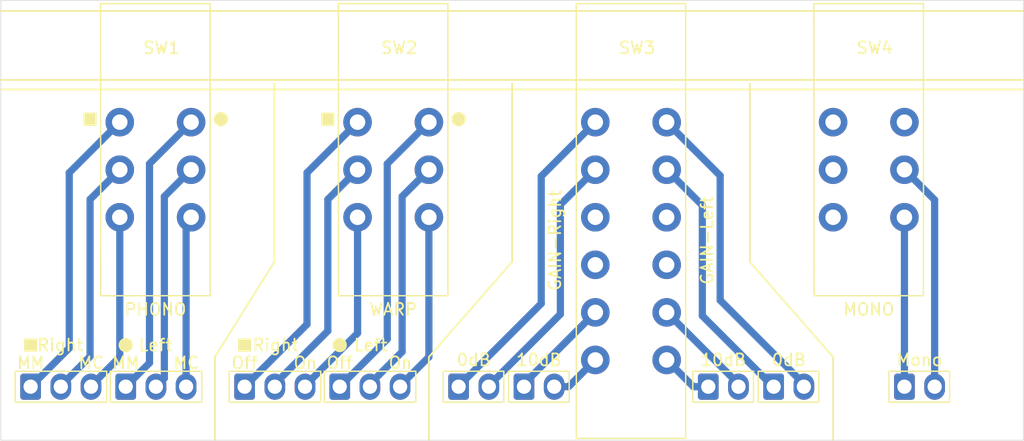
<source format=kicad_pcb>
(kicad_pcb (version 20171130) (host pcbnew "(5.1.2-1)-1")

  (general
    (thickness 1.6)
    (drawings 33)
    (tracks 62)
    (zones 0)
    (modules 18)
    (nets 31)
  )

  (page A4)
  (layers
    (0 Top signal)
    (31 Bottom signal)
    (32 B.Adhes user hide)
    (33 F.Adhes user hide)
    (34 B.Paste user hide)
    (35 F.Paste user hide)
    (36 B.SilkS user)
    (37 F.SilkS user)
    (38 B.Mask user)
    (39 F.Mask user)
    (40 Dwgs.User user)
    (41 Cmts.User user hide)
    (42 Eco1.User user hide)
    (43 Eco2.User user hide)
    (44 Edge.Cuts user)
    (45 Margin user hide)
    (46 B.CrtYd user hide)
    (47 F.CrtYd user)
    (48 B.Fab user hide)
    (49 F.Fab user hide)
  )

  (setup
    (last_trace_width 0.25)
    (trace_clearance 0.2)
    (zone_clearance 0.508)
    (zone_45_only no)
    (trace_min 0.2)
    (via_size 0.8)
    (via_drill 0.4)
    (via_min_size 0.4)
    (via_min_drill 0.3)
    (uvia_size 0.3)
    (uvia_drill 0.1)
    (uvias_allowed no)
    (uvia_min_size 0.2)
    (uvia_min_drill 0.1)
    (edge_width 0.2)
    (segment_width 0.2)
    (pcb_text_width 0.3)
    (pcb_text_size 1.5 1.5)
    (mod_edge_width 0.15)
    (mod_text_size 1 1)
    (mod_text_width 0.15)
    (pad_size 6.1 6.1)
    (pad_drill 3.05)
    (pad_to_mask_clearance 0.0508)
    (solder_mask_min_width 0.25)
    (aux_axis_origin 0 0)
    (grid_origin 110 107)
    (visible_elements FFFFFFFF)
    (pcbplotparams
      (layerselection 0x010f0_ffffffff)
      (usegerberextensions false)
      (usegerberattributes false)
      (usegerberadvancedattributes false)
      (creategerberjobfile false)
      (excludeedgelayer true)
      (linewidth 0.100000)
      (plotframeref false)
      (viasonmask false)
      (mode 1)
      (useauxorigin false)
      (hpglpennumber 1)
      (hpglpenspeed 20)
      (hpglpendiameter 15.000000)
      (psnegative false)
      (psa4output false)
      (plotreference true)
      (plotvalue true)
      (plotinvisibletext false)
      (padsonsilk false)
      (subtractmaskfromsilk false)
      (outputformat 1)
      (mirror false)
      (drillshape 0)
      (scaleselection 1)
      (outputdirectory "gerbers/"))
  )

  (net 0 "")
  (net 1 "Net-(SW3-Pad3)")
  (net 2 "Net-(SW3-Pad6)")
  (net 3 "Net-(SW3-Pad7)")
  (net 4 "Net-(SW3-Pad10)")
  (net 5 "Net-(SW4-Pad1)")
  (net 6 "Net-(SW4-Pad4)")
  (net 7 "Net-(SW4-Pad5)")
  (net 8 "Net-(SW4-Pad6)")
  (net 9 "Net-(J1-Pad1)")
  (net 10 "Net-(J1-Pad2)")
  (net 11 "Net-(J1-Pad3)")
  (net 12 "Net-(J2-Pad3)")
  (net 13 "Net-(J2-Pad2)")
  (net 14 "Net-(J2-Pad1)")
  (net 15 "Net-(J3-Pad1)")
  (net 16 "Net-(J3-Pad2)")
  (net 17 "Net-(J3-Pad3)")
  (net 18 "Net-(J4-Pad3)")
  (net 19 "Net-(J4-Pad2)")
  (net 20 "Net-(J4-Pad1)")
  (net 21 "Net-(J5-Pad1)")
  (net 22 "Net-(J6-Pad1)")
  (net 23 "Net-(J7-Pad1)")
  (net 24 "Net-(J8-Pad1)")
  (net 25 "Net-(J5-Pad2)")
  (net 26 "Net-(J6-Pad2)")
  (net 27 "Net-(J7-Pad2)")
  (net 28 "Net-(J8-Pad2)")
  (net 29 "Net-(J9-Pad1)")
  (net 30 "Net-(J9-Pad2)")

  (net_class Default "This is the default net class."
    (clearance 0.2)
    (trace_width 0.25)
    (via_dia 0.8)
    (via_drill 0.4)
    (uvia_dia 0.3)
    (uvia_drill 0.1)
  )

  (net_class audio ""
    (clearance 0.2)
    (trace_width 0.6069)
    (via_dia 0.8)
    (via_drill 0.4)
    (uvia_dia 0.3)
    (uvia_drill 0.1)
    (add_net "Net-(J1-Pad1)")
    (add_net "Net-(J1-Pad2)")
    (add_net "Net-(J1-Pad3)")
    (add_net "Net-(J2-Pad1)")
    (add_net "Net-(J2-Pad2)")
    (add_net "Net-(J2-Pad3)")
    (add_net "Net-(J3-Pad1)")
    (add_net "Net-(J3-Pad2)")
    (add_net "Net-(J3-Pad3)")
    (add_net "Net-(J4-Pad1)")
    (add_net "Net-(J4-Pad2)")
    (add_net "Net-(J4-Pad3)")
    (add_net "Net-(J5-Pad1)")
    (add_net "Net-(J5-Pad2)")
    (add_net "Net-(J6-Pad1)")
    (add_net "Net-(J6-Pad2)")
    (add_net "Net-(J7-Pad1)")
    (add_net "Net-(J7-Pad2)")
    (add_net "Net-(J8-Pad1)")
    (add_net "Net-(J8-Pad2)")
    (add_net "Net-(J9-Pad1)")
    (add_net "Net-(J9-Pad2)")
    (add_net "Net-(SW3-Pad10)")
    (add_net "Net-(SW3-Pad3)")
    (add_net "Net-(SW3-Pad6)")
    (add_net "Net-(SW3-Pad7)")
    (add_net "Net-(SW4-Pad1)")
    (add_net "Net-(SW4-Pad4)")
    (add_net "Net-(SW4-Pad5)")
    (add_net "Net-(SW4-Pad6)")
  )

  (module push-sw:Alps_C&K_F_4PDT-1.3 (layer Top) (tedit 6076016C) (tstamp 607C3EA0)
    (at 123 80.25 270)
    (descr "Switch, single pole double throw, illuminated paddle, http://www.nkkswitches.com/pdf/gwillum.pdf")
    (tags "switch single-pole double-throw spdt ON-ON illuminated LED")
    (path /60749E40)
    (fp_text reference SW3 (at -6.25 2.5) (layer F.SilkS)
      (effects (font (size 1 1) (thickness 0.15)))
    )
    (fp_text value GAIN-Right (at 9.95 9.4 270) (layer F.SilkS)
      (effects (font (size 1 1) (thickness 0.15)))
    )
    (fp_line (start -9.87 7.5) (end -9.87 -1.5) (layer F.Fab) (width 0.1))
    (fp_line (start -9.07 7.5) (end -9.07 -1.5) (layer F.Fab) (width 0.1))
    (fp_line (start -3.27 7.5) (end -3.27 -1.5) (layer F.Fab) (width 0.1))
    (fp_text user %R (at 2.54 1.27 90) (layer F.Fab)
      (effects (font (size 1 1) (thickness 0.15)))
    )
    (fp_line (start 26.7 -1.69) (end -10.07 -1.7) (layer F.CrtYd) (width 0.05))
    (fp_line (start 26.7 7.65) (end 26.7 -1.69) (layer F.CrtYd) (width 0.05))
    (fp_line (start -10.07 7.7) (end 26.7 7.7) (layer F.CrtYd) (width 0.05))
    (fp_line (start -10.07 -1.7) (end -10.07 7.7) (layer F.CrtYd) (width 0.05))
    (fp_line (start 26.6 -1.6) (end -9.97 -1.6) (layer F.SilkS) (width 0.12))
    (fp_line (start 26.6 7.6) (end 26.6 -1.6) (layer F.SilkS) (width 0.12))
    (fp_line (start -9.97 7.6) (end 26.6 7.6) (layer F.SilkS) (width 0.12))
    (fp_line (start -9.97 -1.6) (end -9.97 7.62) (layer F.SilkS) (width 0.12))
    (fp_line (start -2.47 7.5) (end -2.47 -1.5) (layer F.Fab) (width 0.1))
    (fp_line (start 26.5 7.5) (end -9.87 7.5) (layer F.Fab) (width 0.1))
    (fp_line (start 26.5 -1.5) (end 26.5 7.5) (layer F.Fab) (width 0.1))
    (fp_line (start -9.87 -1.5) (end 26.5 -1.5) (layer F.Fab) (width 0.1))
    (pad 12 thru_hole circle (at 20 6 270) (size 2.4 2.4) (drill 1.3) (layers *.Cu *.Mask)
      (net 28 "Net-(J8-Pad2)"))
    (pad 10 thru_hole circle (at 12 6 270) (size 2.4 2.4) (drill 1.3) (layers *.Cu *.Mask)
      (net 4 "Net-(SW3-Pad10)"))
    (pad 11 thru_hole circle (at 16 6 270) (size 2.4 2.4) (drill 1.3) (layers *.Cu *.Mask)
      (net 24 "Net-(J8-Pad1)"))
    (pad 9 thru_hole circle (at 20 0 270) (size 2.4 2.4) (drill 1.3) (layers *.Cu *.Mask)
      (net 23 "Net-(J7-Pad1)"))
    (pad 8 thru_hole circle (at 16 0 270) (size 2.4 2.4) (drill 1.3) (layers *.Cu *.Mask)
      (net 27 "Net-(J7-Pad2)"))
    (pad 7 thru_hole circle (at 12 0 270) (size 2.4 2.4) (drill 1.3) (layers *.Cu *.Mask)
      (net 3 "Net-(SW3-Pad7)"))
    (pad 6 thru_hole circle (at 8 6 270) (size 2.4 2.4) (drill 1.3) (layers *.Cu *.Mask)
      (net 2 "Net-(SW3-Pad6)"))
    (pad 3 thru_hole circle (at 8 0 270) (size 2.4 2.4) (drill 1.3) (layers *.Cu *.Mask)
      (net 1 "Net-(SW3-Pad3)"))
    (pad 5 thru_hole circle (at 4 6 270) (size 2.4 2.4) (drill 1.3) (layers *.Cu *.Mask)
      (net 26 "Net-(J6-Pad2)"))
    (pad 2 thru_hole circle (at 4 0 270) (size 2.4 2.4) (drill 1.3) (layers *.Cu *.Mask)
      (net 21 "Net-(J5-Pad1)"))
    (pad 4 thru_hole circle (at 0 6 270) (size 2.4 2.4) (drill 1.3) (layers *.Cu *.Mask)
      (net 22 "Net-(J6-Pad1)"))
    (pad 1 thru_hole circle (at 0 0 270) (size 2.4 2.4) (drill 1.3) (layers *.Cu *.Mask)
      (net 25 "Net-(J5-Pad2)"))
    (model ${KIPRJMOD}/lib/3D/spun194700.stp
      (offset (xyz 10 -3 0))
      (scale (xyz 1 1 1))
      (rotate (xyz -90 0 180))
    )
  )

  (module push-sw:Alps_C&K_F_DPDT-1.3 (layer Top) (tedit 607601A0) (tstamp 60760FF6)
    (at 143 80.25 270)
    (descr "Switch, single pole double throw, illuminated paddle, http://www.nkkswitches.com/pdf/gwillum.pdf")
    (tags "switch single-pole double-throw spdt ON-ON illuminated LED")
    (path /60752752)
    (fp_text reference SW4 (at -6.25 2.5) (layer F.SilkS)
      (effects (font (size 1 1) (thickness 0.15)))
    )
    (fp_text value MONO (at 15.75 3 180) (layer F.SilkS)
      (effects (font (size 1 1) (thickness 0.15)))
    )
    (fp_line (start -9.87 7.5) (end -9.87 -1.5) (layer F.Fab) (width 0.1))
    (fp_line (start -9.07 7.5) (end -9.07 -1.5) (layer F.Fab) (width 0.1))
    (fp_line (start -3.27 7.5) (end -3.27 -1.5) (layer F.Fab) (width 0.1))
    (fp_text user %R (at 2.54 1.27 90) (layer F.Fab)
      (effects (font (size 1 1) (thickness 0.15)))
    )
    (fp_line (start 14.7 -1.69) (end -10.07 -1.7) (layer F.CrtYd) (width 0.05))
    (fp_line (start 14.7 7.65) (end 14.7 -1.69) (layer F.CrtYd) (width 0.05))
    (fp_line (start -10.07 7.7) (end 14.7 7.65) (layer F.CrtYd) (width 0.05))
    (fp_line (start -10.07 -1.7) (end -10.07 7.7) (layer F.CrtYd) (width 0.05))
    (fp_line (start 14.6 -1.6) (end -9.97 -1.6) (layer F.SilkS) (width 0.12))
    (fp_line (start 14.6 7.6) (end 14.6 -1.6) (layer F.SilkS) (width 0.12))
    (fp_line (start -9.97 7.62) (end 14.6 7.6) (layer F.SilkS) (width 0.12))
    (fp_line (start -9.97 -1.6) (end -9.97 7.62) (layer F.SilkS) (width 0.12))
    (fp_line (start -2.47 7.5) (end -2.47 -1.5) (layer F.Fab) (width 0.1))
    (fp_line (start 14.5 7.5) (end -9.87 7.5) (layer F.Fab) (width 0.1))
    (fp_line (start 14.5 -1.5) (end 14.5 7.5) (layer F.Fab) (width 0.1))
    (fp_line (start -9.87 -1.5) (end 14.5 -1.5) (layer F.Fab) (width 0.1))
    (pad 6 thru_hole circle (at 8 6 270) (size 2.4 2.4) (drill 1.3) (layers *.Cu *.Mask)
      (net 8 "Net-(SW4-Pad6)"))
    (pad 3 thru_hole circle (at 8 0 270) (size 2.4 2.4) (drill 1.3) (layers *.Cu *.Mask)
      (net 29 "Net-(J9-Pad1)"))
    (pad 5 thru_hole circle (at 4 6 270) (size 2.4 2.4) (drill 1.3) (layers *.Cu *.Mask)
      (net 7 "Net-(SW4-Pad5)"))
    (pad 2 thru_hole circle (at 4 0 270) (size 2.4 2.4) (drill 1.3) (layers *.Cu *.Mask)
      (net 30 "Net-(J9-Pad2)"))
    (pad 4 thru_hole circle (at 0 6 270) (size 2.4 2.4) (drill 1.3) (layers *.Cu *.Mask)
      (net 6 "Net-(SW4-Pad4)"))
    (pad 1 thru_hole circle (at 0 0 270) (size 2.4 2.4) (drill 1.3) (layers *.Cu *.Mask)
      (net 5 "Net-(SW4-Pad1)"))
    (model ${KIPRJMOD}/lib/3D/spun191400.stp
      (offset (xyz -10 -3 6))
      (scale (xyz 1 1 1))
      (rotate (xyz -90 0 0))
    )
  )

  (module push-sw:Alps_C&K_F_DPDT-1.3 (layer Top) (tedit 607601A0) (tstamp 60760FBE)
    (at 103 80.25 270)
    (descr "Switch, single pole double throw, illuminated paddle, http://www.nkkswitches.com/pdf/gwillum.pdf")
    (tags "switch single-pole double-throw spdt ON-ON illuminated LED")
    (path /6075275C)
    (fp_text reference SW2 (at -6.25 2.5) (layer F.SilkS)
      (effects (font (size 1 1) (thickness 0.15)))
    )
    (fp_text value WARP (at 15.75 3) (layer F.SilkS)
      (effects (font (size 1 1) (thickness 0.15)))
    )
    (fp_line (start -9.87 7.5) (end -9.87 -1.5) (layer F.Fab) (width 0.1))
    (fp_line (start -9.07 7.5) (end -9.07 -1.5) (layer F.Fab) (width 0.1))
    (fp_line (start -3.27 7.5) (end -3.27 -1.5) (layer F.Fab) (width 0.1))
    (fp_text user %R (at 2.54 1.27 90) (layer F.Fab)
      (effects (font (size 1 1) (thickness 0.15)))
    )
    (fp_line (start 14.7 -1.69) (end -10.07 -1.7) (layer F.CrtYd) (width 0.05))
    (fp_line (start 14.7 7.65) (end 14.7 -1.69) (layer F.CrtYd) (width 0.05))
    (fp_line (start -10.07 7.7) (end 14.7 7.65) (layer F.CrtYd) (width 0.05))
    (fp_line (start -10.07 -1.7) (end -10.07 7.7) (layer F.CrtYd) (width 0.05))
    (fp_line (start 14.6 -1.6) (end -9.97 -1.6) (layer F.SilkS) (width 0.12))
    (fp_line (start 14.6 7.6) (end 14.6 -1.6) (layer F.SilkS) (width 0.12))
    (fp_line (start -9.97 7.62) (end 14.6 7.6) (layer F.SilkS) (width 0.12))
    (fp_line (start -9.97 -1.6) (end -9.97 7.62) (layer F.SilkS) (width 0.12))
    (fp_line (start -2.47 7.5) (end -2.47 -1.5) (layer F.Fab) (width 0.1))
    (fp_line (start 14.5 7.5) (end -9.87 7.5) (layer F.Fab) (width 0.1))
    (fp_line (start 14.5 -1.5) (end 14.5 7.5) (layer F.Fab) (width 0.1))
    (fp_line (start -9.87 -1.5) (end 14.5 -1.5) (layer F.Fab) (width 0.1))
    (pad 6 thru_hole circle (at 8 6 270) (size 2.4 2.4) (drill 1.3) (layers *.Cu *.Mask)
      (net 18 "Net-(J4-Pad3)"))
    (pad 3 thru_hole circle (at 8 0 270) (size 2.4 2.4) (drill 1.3) (layers *.Cu *.Mask)
      (net 17 "Net-(J3-Pad3)"))
    (pad 5 thru_hole circle (at 4 6 270) (size 2.4 2.4) (drill 1.3) (layers *.Cu *.Mask)
      (net 19 "Net-(J4-Pad2)"))
    (pad 2 thru_hole circle (at 4 0 270) (size 2.4 2.4) (drill 1.3) (layers *.Cu *.Mask)
      (net 16 "Net-(J3-Pad2)"))
    (pad 4 thru_hole circle (at 0 6 270) (size 2.4 2.4) (drill 1.3) (layers *.Cu *.Mask)
      (net 20 "Net-(J4-Pad1)"))
    (pad 1 thru_hole circle (at 0 0 270) (size 2.4 2.4) (drill 1.3) (layers *.Cu *.Mask)
      (net 15 "Net-(J3-Pad1)"))
    (model ${KIPRJMOD}/lib/3D/spun191400.stp
      (offset (xyz -10 -3 6))
      (scale (xyz 1 1 1))
      (rotate (xyz -90 0 0))
    )
  )

  (module push-sw:Alps_C&K_F_DPDT-1.3 (layer Top) (tedit 607601A0) (tstamp 6076198B)
    (at 83 80.25 270)
    (descr "Switch, single pole double throw, illuminated paddle, http://www.nkkswitches.com/pdf/gwillum.pdf")
    (tags "switch single-pole double-throw spdt ON-ON illuminated LED")
    (path /60746F42)
    (fp_text reference SW1 (at -6.25 2.5) (layer F.SilkS)
      (effects (font (size 1 1) (thickness 0.15)))
    )
    (fp_text value PHONO (at 15.75 3) (layer F.SilkS)
      (effects (font (size 1 1) (thickness 0.15)))
    )
    (fp_line (start -9.87 7.5) (end -9.87 -1.5) (layer F.Fab) (width 0.1))
    (fp_line (start -9.07 7.5) (end -9.07 -1.5) (layer F.Fab) (width 0.1))
    (fp_line (start -3.27 7.5) (end -3.27 -1.5) (layer F.Fab) (width 0.1))
    (fp_text user %R (at 2.54 1.27 90) (layer F.Fab)
      (effects (font (size 1 1) (thickness 0.15)))
    )
    (fp_line (start 14.7 -1.69) (end -10.07 -1.7) (layer F.CrtYd) (width 0.05))
    (fp_line (start 14.7 7.65) (end 14.7 -1.69) (layer F.CrtYd) (width 0.05))
    (fp_line (start -10.07 7.7) (end 14.7 7.65) (layer F.CrtYd) (width 0.05))
    (fp_line (start -10.07 -1.7) (end -10.07 7.7) (layer F.CrtYd) (width 0.05))
    (fp_line (start 14.6 -1.6) (end -9.97 -1.6) (layer F.SilkS) (width 0.12))
    (fp_line (start 14.6 7.6) (end 14.6 -1.6) (layer F.SilkS) (width 0.12))
    (fp_line (start -9.97 7.62) (end 14.6 7.6) (layer F.SilkS) (width 0.12))
    (fp_line (start -9.97 -1.6) (end -9.97 7.62) (layer F.SilkS) (width 0.12))
    (fp_line (start -2.47 7.5) (end -2.47 -1.5) (layer F.Fab) (width 0.1))
    (fp_line (start 14.5 7.5) (end -9.87 7.5) (layer F.Fab) (width 0.1))
    (fp_line (start 14.5 -1.5) (end 14.5 7.5) (layer F.Fab) (width 0.1))
    (fp_line (start -9.87 -1.5) (end 14.5 -1.5) (layer F.Fab) (width 0.1))
    (pad 6 thru_hole circle (at 8 6 270) (size 2.4 2.4) (drill 1.3) (layers *.Cu *.Mask)
      (net 12 "Net-(J2-Pad3)"))
    (pad 3 thru_hole circle (at 8 0 270) (size 2.4 2.4) (drill 1.3) (layers *.Cu *.Mask)
      (net 11 "Net-(J1-Pad3)"))
    (pad 5 thru_hole circle (at 4 6 270) (size 2.4 2.4) (drill 1.3) (layers *.Cu *.Mask)
      (net 13 "Net-(J2-Pad2)"))
    (pad 2 thru_hole circle (at 4 0 270) (size 2.4 2.4) (drill 1.3) (layers *.Cu *.Mask)
      (net 10 "Net-(J1-Pad2)"))
    (pad 4 thru_hole circle (at 0 6 270) (size 2.4 2.4) (drill 1.3) (layers *.Cu *.Mask)
      (net 14 "Net-(J2-Pad1)"))
    (pad 1 thru_hole circle (at 0 0 270) (size 2.4 2.4) (drill 1.3) (layers *.Cu *.Mask)
      (net 9 "Net-(J1-Pad1)"))
    (model ${KIPRJMOD}/lib/3D/spun191400.stp
      (offset (xyz -10 -3 6))
      (scale (xyz 1 1 1))
      (rotate (xyz -90 0 0))
    )
  )

  (module MountingHole:MountingHole_2.5mm (layer Top) (tedit 56D1B4CB) (tstamp 60752B6D)
    (at 70 73.8)
    (descr "Mounting Hole 2.5mm, no annular")
    (tags "mounting hole 2.5mm no annular")
    (path /6076D84C)
    (attr virtual)
    (fp_text reference H1 (at 0 -3.5) (layer F.SilkS) hide
      (effects (font (size 1 1) (thickness 0.15)))
    )
    (fp_text value MountingHole (at 0.1 -6.5) (layer F.Fab)
      (effects (font (size 1 1) (thickness 0.15)))
    )
    (fp_text user %R (at 0.3 0) (layer F.Fab)
      (effects (font (size 1 1) (thickness 0.15)))
    )
    (fp_circle (center 0 0) (end 2.5 0) (layer Cmts.User) (width 0.15))
    (fp_circle (center 0 0) (end 2.75 0) (layer F.CrtYd) (width 0.05))
    (pad 1 np_thru_hole circle (at 0 0) (size 2.5 2.5) (drill 2.5) (layers *.Cu *.Mask))
  )

  (module MountingHole:MountingHole_2.5mm (layer Top) (tedit 56D1B4CB) (tstamp 60752470)
    (at 90 73.8)
    (descr "Mounting Hole 2.5mm, no annular")
    (tags "mounting hole 2.5mm no annular")
    (path /6076E2D5)
    (attr virtual)
    (fp_text reference H2 (at 0 -3.5) (layer F.SilkS) hide
      (effects (font (size 1 1) (thickness 0.15)))
    )
    (fp_text value MountingHole (at 0 -6.4) (layer F.Fab)
      (effects (font (size 1 1) (thickness 0.15)))
    )
    (fp_circle (center 0 0) (end 2.75 0) (layer F.CrtYd) (width 0.05))
    (fp_circle (center 0 0) (end 2.5 0) (layer Cmts.User) (width 0.15))
    (fp_text user %R (at 0.3 0) (layer F.Fab)
      (effects (font (size 1 1) (thickness 0.15)))
    )
    (pad 1 np_thru_hole circle (at 0 0) (size 2.5 2.5) (drill 2.5) (layers *.Cu *.Mask))
  )

  (module MountingHole:MountingHole_2.5mm (layer Top) (tedit 56D1B4CB) (tstamp 60752478)
    (at 110 73.8)
    (descr "Mounting Hole 2.5mm, no annular")
    (tags "mounting hole 2.5mm no annular")
    (path /6076EAEC)
    (attr virtual)
    (fp_text reference H3 (at 0 -3.5) (layer F.SilkS) hide
      (effects (font (size 1 1) (thickness 0.15)))
    )
    (fp_text value MountingHole (at -0.1 -6.2) (layer F.Fab)
      (effects (font (size 1 1) (thickness 0.15)))
    )
    (fp_text user %R (at 0.3 0) (layer F.Fab)
      (effects (font (size 1 1) (thickness 0.15)))
    )
    (fp_circle (center 0 0) (end 2.5 0) (layer Cmts.User) (width 0.15))
    (fp_circle (center 0 0) (end 2.75 0) (layer F.CrtYd) (width 0.05))
    (pad 1 np_thru_hole circle (at 0 0) (size 2.5 2.5) (drill 2.5) (layers *.Cu *.Mask))
  )

  (module MountingHole:MountingHole_2.5mm (layer Top) (tedit 56D1B4CB) (tstamp 60752480)
    (at 130 73.8)
    (descr "Mounting Hole 2.5mm, no annular")
    (tags "mounting hole 2.5mm no annular")
    (path /6076EF7A)
    (attr virtual)
    (fp_text reference H4 (at 0 -3.5) (layer F.SilkS) hide
      (effects (font (size 1 1) (thickness 0.15)))
    )
    (fp_text value MountingHole (at -0.1 -6) (layer F.Fab)
      (effects (font (size 1 1) (thickness 0.15)))
    )
    (fp_circle (center 0 0) (end 2.75 0) (layer F.CrtYd) (width 0.05))
    (fp_circle (center 0 0) (end 2.5 0) (layer Cmts.User) (width 0.15))
    (fp_text user %R (at 0.3 0) (layer F.Fab)
      (effects (font (size 1 1) (thickness 0.15)))
    )
    (pad 1 np_thru_hole circle (at 0 0) (size 2.5 2.5) (drill 2.5) (layers *.Cu *.Mask))
  )

  (module MountingHole:MountingHole_2.5mm (layer Top) (tedit 56D1B4CB) (tstamp 60752488)
    (at 150 73.8)
    (descr "Mounting Hole 2.5mm, no annular")
    (tags "mounting hole 2.5mm no annular")
    (path /6076F7DE)
    (attr virtual)
    (fp_text reference H5 (at 0 -3.5) (layer F.SilkS) hide
      (effects (font (size 1 1) (thickness 0.15)))
    )
    (fp_text value MountingHole (at -0.1 -6) (layer F.Fab)
      (effects (font (size 1 1) (thickness 0.15)))
    )
    (fp_text user %R (at 0.3 0) (layer F.Fab)
      (effects (font (size 1 1) (thickness 0.15)))
    )
    (fp_circle (center 0 0) (end 2.5 0) (layer Cmts.User) (width 0.15))
    (fp_circle (center 0 0) (end 2.75 0) (layer F.CrtYd) (width 0.05))
    (pad 1 np_thru_hole circle (at 0 0) (size 2.5 2.5) (drill 2.5) (layers *.Cu *.Mask))
  )

  (module push-sw:Molex_KK_1x03_P2.54mm_Horizontal (layer Top) (tedit 60776524) (tstamp 607A24B7)
    (at 77.5 102.5)
    (descr "Molex KK-254 Interconnect System, old/engineering part number: AE-6410-03A example for new part number: 22-27-2031, 3 Pins (http://www.molex.com/pdm_docs/sd/022272021_sd.pdf), generated with kicad-footprint-generator")
    (tags "connector Molex KK-254 side entry")
    (path /6074F5E7)
    (fp_text reference J1 (at 2.54 -2.2) (layer F.SilkS) hide
      (effects (font (size 1 1) (thickness 0.15)))
    )
    (fp_text value Left (at 2.5 -3.5) (layer F.SilkS)
      (effects (font (size 1 1) (thickness 0.15)))
    )
    (fp_line (start -1.15 -1.2) (end -1.15 1.2) (layer F.Fab) (width 0.1))
    (fp_line (start -1.15 1.2) (end 6.25 1.2) (layer F.Fab) (width 0.1))
    (fp_line (start 6.25 1.2) (end 6.25 -1.2) (layer F.Fab) (width 0.1))
    (fp_line (start 6.25 -1.2) (end -1.15 -1.2) (layer F.Fab) (width 0.1))
    (fp_line (start -1.3 -1.3) (end -1.3 1.3) (layer F.SilkS) (width 0.12))
    (fp_line (start -1.3 1.3) (end 6.4 1.3) (layer F.SilkS) (width 0.12))
    (fp_line (start 6.4 1.3) (end 6.4 -1.3) (layer F.SilkS) (width 0.12))
    (fp_line (start 6.4 -1.3) (end -1.3 -1.3) (layer F.SilkS) (width 0.12))
    (fp_line (start -1.4 -1.4) (end -1.4 3.38) (layer F.CrtYd) (width 0.05))
    (fp_line (start -1.4 3.38) (end 6.5 3.38) (layer F.CrtYd) (width 0.05))
    (fp_line (start 6.5 3.38) (end 6.5 -1.4) (layer F.CrtYd) (width 0.05))
    (fp_line (start 6.5 -1.4) (end -1.4 -1.4) (layer F.CrtYd) (width 0.05))
    (fp_text user %R (at 2.5 2.4) (layer F.Fab)
      (effects (font (size 1 1) (thickness 0.15)))
    )
    (pad 1 thru_hole roundrect (at 0 0) (size 1.74 2.2) (drill 1.2) (layers *.Cu *.Mask) (roundrect_rratio 0.143678)
      (net 9 "Net-(J1-Pad1)"))
    (pad 2 thru_hole oval (at 2.54 0) (size 1.74 2.2) (drill 1.2) (layers *.Cu *.Mask)
      (net 10 "Net-(J1-Pad2)"))
    (pad 3 thru_hole oval (at 5.08 0) (size 1.74 2.2) (drill 1.2) (layers *.Cu *.Mask)
      (net 11 "Net-(J1-Pad3)"))
    (model ${KIPRJMOD}/lib/3D/022122031.stp
      (offset (xyz 2.54 0 1.65))
      (scale (xyz 1 1 1))
      (rotate (xyz -90 0 0))
    )
  )

  (module push-sw:Molex_KK_1x03_P2.54mm_Horizontal (layer Top) (tedit 60776524) (tstamp 607C3D6A)
    (at 69.5 102.5)
    (descr "Molex KK-254 Interconnect System, old/engineering part number: AE-6410-03A example for new part number: 22-27-2031, 3 Pins (http://www.molex.com/pdm_docs/sd/022272021_sd.pdf), generated with kicad-footprint-generator")
    (tags "connector Molex KK-254 side entry")
    (path /6074F70B)
    (fp_text reference J2 (at 2.54 -2.2) (layer F.SilkS) hide
      (effects (font (size 1 1) (thickness 0.15)))
    )
    (fp_text value Right (at 2.5 -3.5) (layer F.SilkS)
      (effects (font (size 1 1) (thickness 0.15)))
    )
    (fp_text user %R (at 2.5 2.4) (layer F.Fab)
      (effects (font (size 1 1) (thickness 0.15)))
    )
    (fp_line (start 6.5 -1.4) (end -1.4 -1.4) (layer F.CrtYd) (width 0.05))
    (fp_line (start 6.5 3.38) (end 6.5 -1.4) (layer F.CrtYd) (width 0.05))
    (fp_line (start -1.4 3.38) (end 6.5 3.38) (layer F.CrtYd) (width 0.05))
    (fp_line (start -1.4 -1.4) (end -1.4 3.38) (layer F.CrtYd) (width 0.05))
    (fp_line (start 6.4 -1.3) (end -1.3 -1.3) (layer F.SilkS) (width 0.12))
    (fp_line (start 6.4 1.3) (end 6.4 -1.3) (layer F.SilkS) (width 0.12))
    (fp_line (start -1.3 1.3) (end 6.4 1.3) (layer F.SilkS) (width 0.12))
    (fp_line (start -1.3 -1.3) (end -1.3 1.3) (layer F.SilkS) (width 0.12))
    (fp_line (start 6.25 -1.2) (end -1.15 -1.2) (layer F.Fab) (width 0.1))
    (fp_line (start 6.25 1.2) (end 6.25 -1.2) (layer F.Fab) (width 0.1))
    (fp_line (start -1.15 1.2) (end 6.25 1.2) (layer F.Fab) (width 0.1))
    (fp_line (start -1.15 -1.2) (end -1.15 1.2) (layer F.Fab) (width 0.1))
    (pad 3 thru_hole oval (at 5.08 0) (size 1.74 2.2) (drill 1.2) (layers *.Cu *.Mask)
      (net 12 "Net-(J2-Pad3)"))
    (pad 2 thru_hole oval (at 2.54 0) (size 1.74 2.2) (drill 1.2) (layers *.Cu *.Mask)
      (net 13 "Net-(J2-Pad2)"))
    (pad 1 thru_hole roundrect (at 0 0) (size 1.74 2.2) (drill 1.2) (layers *.Cu *.Mask) (roundrect_rratio 0.143678)
      (net 14 "Net-(J2-Pad1)"))
    (model ${KIPRJMOD}/lib/3D/022122031.stp
      (offset (xyz 2.54 0 1.65))
      (scale (xyz 1 1 1))
      (rotate (xyz -90 0 0))
    )
  )

  (module push-sw:Molex_KK_1x02_P2.54mm_Horizontal (layer Top) (tedit 6077605A) (tstamp 60788B90)
    (at 105.5 102.5)
    (descr "Molex KK-254 Interconnect System, old/engineering part number: AE-6410-02A example for new part number: 22-27-2021, 2 Pins (http://www.molex.com/pdm_docs/sd/022272021_sd.pdf), generated with kicad-footprint-generator")
    (tags "connector Molex KK-254 side entry")
    (path /6075F966)
    (fp_text reference J6 (at 1.1 -2) (layer F.SilkS) hide
      (effects (font (size 1 1) (thickness 0.15)))
    )
    (fp_text value 0dB (at 1.27 -2.25) (layer F.SilkS)
      (effects (font (size 1 1) (thickness 0.15)))
    )
    (fp_line (start -1.2 -1.2) (end -1.2 1.2) (layer F.Fab) (width 0.1))
    (fp_line (start -1.2 1.2) (end 3.7 1.2) (layer F.Fab) (width 0.1))
    (fp_line (start 3.7 1.2) (end 3.7 -1.2) (layer F.Fab) (width 0.1))
    (fp_line (start 3.7 -1.2) (end -1.2 -1.2) (layer F.Fab) (width 0.1))
    (fp_line (start -1.3 -1.3) (end -1.3 1.3) (layer F.SilkS) (width 0.12))
    (fp_line (start -1.3 1.3) (end 3.8 1.3) (layer F.SilkS) (width 0.12))
    (fp_line (start 3.8 1.3) (end 3.8 -1.3) (layer F.SilkS) (width 0.12))
    (fp_line (start 3.8 -1.3) (end -1.3 -1.3) (layer F.SilkS) (width 0.12))
    (fp_line (start -1.4 -1.4) (end -1.4 3.5) (layer F.CrtYd) (width 0.05))
    (fp_line (start -1.4 3.5) (end 3.9 3.5) (layer F.CrtYd) (width 0.05))
    (fp_line (start 3.9 3.5) (end 3.9 -1.4) (layer F.CrtYd) (width 0.05))
    (fp_line (start 3.9 -1.4) (end -1.4 -1.4) (layer F.CrtYd) (width 0.05))
    (fp_text user %R (at 1.1 2.4) (layer F.Fab)
      (effects (font (size 1 1) (thickness 0.15)))
    )
    (pad 1 thru_hole roundrect (at 0 0) (size 1.74 2.2) (drill 1.2) (layers *.Cu *.Mask) (roundrect_rratio 0.143678)
      (net 22 "Net-(J6-Pad1)"))
    (pad 2 thru_hole oval (at 2.54 0) (size 1.74 2.2) (drill 1.2) (layers *.Cu *.Mask)
      (net 26 "Net-(J6-Pad2)"))
    (model ${KIPRJMOD}/Lib/3D/022122021.stp
      (offset (xyz 1.27 0 1.65))
      (scale (xyz 1 1 1))
      (rotate (xyz -90 0 0))
    )
  )

  (module push-sw:Molex_KK_1x02_P2.54mm_Horizontal (layer Top) (tedit 6077605A) (tstamp 60788BA2)
    (at 111 102.5)
    (descr "Molex KK-254 Interconnect System, old/engineering part number: AE-6410-02A example for new part number: 22-27-2021, 2 Pins (http://www.molex.com/pdm_docs/sd/022272021_sd.pdf), generated with kicad-footprint-generator")
    (tags "connector Molex KK-254 side entry")
    (path /607605E6)
    (fp_text reference J8 (at 1.1 -2) (layer F.SilkS) hide
      (effects (font (size 1 1) (thickness 0.15)))
    )
    (fp_text value 10dB (at 1.25 -2.25) (layer F.SilkS)
      (effects (font (size 1 1) (thickness 0.15)))
    )
    (fp_text user %R (at 1.1 2.4) (layer F.Fab)
      (effects (font (size 1 1) (thickness 0.15)))
    )
    (fp_line (start 3.9 -1.4) (end -1.4 -1.4) (layer F.CrtYd) (width 0.05))
    (fp_line (start 3.9 3.5) (end 3.9 -1.4) (layer F.CrtYd) (width 0.05))
    (fp_line (start -1.4 3.5) (end 3.9 3.5) (layer F.CrtYd) (width 0.05))
    (fp_line (start -1.4 -1.4) (end -1.4 3.5) (layer F.CrtYd) (width 0.05))
    (fp_line (start 3.8 -1.3) (end -1.3 -1.3) (layer F.SilkS) (width 0.12))
    (fp_line (start 3.8 1.3) (end 3.8 -1.3) (layer F.SilkS) (width 0.12))
    (fp_line (start -1.3 1.3) (end 3.8 1.3) (layer F.SilkS) (width 0.12))
    (fp_line (start -1.3 -1.3) (end -1.3 1.3) (layer F.SilkS) (width 0.12))
    (fp_line (start 3.7 -1.2) (end -1.2 -1.2) (layer F.Fab) (width 0.1))
    (fp_line (start 3.7 1.2) (end 3.7 -1.2) (layer F.Fab) (width 0.1))
    (fp_line (start -1.2 1.2) (end 3.7 1.2) (layer F.Fab) (width 0.1))
    (fp_line (start -1.2 -1.2) (end -1.2 1.2) (layer F.Fab) (width 0.1))
    (pad 2 thru_hole oval (at 2.54 0) (size 1.74 2.2) (drill 1.2) (layers *.Cu *.Mask)
      (net 28 "Net-(J8-Pad2)"))
    (pad 1 thru_hole roundrect (at 0 0) (size 1.74 2.2) (drill 1.2) (layers *.Cu *.Mask) (roundrect_rratio 0.143678)
      (net 24 "Net-(J8-Pad1)"))
    (model ${KIPRJMOD}/Lib/3D/022122021.stp
      (offset (xyz 1.27 0 1.65))
      (scale (xyz 1 1 1))
      (rotate (xyz -90 0 0))
    )
  )

  (module push-sw:Molex_KK_1x03_P2.54mm_Horizontal (layer Top) (tedit 60776524) (tstamp 607A208B)
    (at 95.5 102.5)
    (descr "Molex KK-254 Interconnect System, old/engineering part number: AE-6410-03A example for new part number: 22-27-2031, 3 Pins (http://www.molex.com/pdm_docs/sd/022272021_sd.pdf), generated with kicad-footprint-generator")
    (tags "connector Molex KK-254 side entry")
    (path /6075618A)
    (fp_text reference J3 (at 2.54 -2.2) (layer F.SilkS) hide
      (effects (font (size 1 1) (thickness 0.15)))
    )
    (fp_text value Left (at 2.6 -3.5) (layer F.SilkS)
      (effects (font (size 1 1) (thickness 0.15)))
    )
    (fp_line (start -1.15 -1.2) (end -1.15 1.2) (layer F.Fab) (width 0.1))
    (fp_line (start -1.15 1.2) (end 6.25 1.2) (layer F.Fab) (width 0.1))
    (fp_line (start 6.25 1.2) (end 6.25 -1.2) (layer F.Fab) (width 0.1))
    (fp_line (start 6.25 -1.2) (end -1.15 -1.2) (layer F.Fab) (width 0.1))
    (fp_line (start -1.3 -1.3) (end -1.3 1.3) (layer F.SilkS) (width 0.12))
    (fp_line (start -1.3 1.3) (end 6.4 1.3) (layer F.SilkS) (width 0.12))
    (fp_line (start 6.4 1.3) (end 6.4 -1.3) (layer F.SilkS) (width 0.12))
    (fp_line (start 6.4 -1.3) (end -1.3 -1.3) (layer F.SilkS) (width 0.12))
    (fp_line (start -1.4 -1.4) (end -1.4 3.38) (layer F.CrtYd) (width 0.05))
    (fp_line (start -1.4 3.38) (end 6.5 3.38) (layer F.CrtYd) (width 0.05))
    (fp_line (start 6.5 3.38) (end 6.5 -1.4) (layer F.CrtYd) (width 0.05))
    (fp_line (start 6.5 -1.4) (end -1.4 -1.4) (layer F.CrtYd) (width 0.05))
    (fp_text user %R (at 2.5 2.4) (layer F.Fab)
      (effects (font (size 1 1) (thickness 0.15)))
    )
    (pad 1 thru_hole roundrect (at 0 0) (size 1.74 2.2) (drill 1.2) (layers *.Cu *.Mask) (roundrect_rratio 0.143678)
      (net 15 "Net-(J3-Pad1)"))
    (pad 2 thru_hole oval (at 2.54 0) (size 1.74 2.2) (drill 1.2) (layers *.Cu *.Mask)
      (net 16 "Net-(J3-Pad2)"))
    (pad 3 thru_hole oval (at 5.08 0) (size 1.74 2.2) (drill 1.2) (layers *.Cu *.Mask)
      (net 17 "Net-(J3-Pad3)"))
    (model ${KIPRJMOD}/lib/3D/022122031.stp
      (offset (xyz 2.54 0 1.65))
      (scale (xyz 1 1 1))
      (rotate (xyz -90 0 0))
    )
  )

  (module push-sw:Molex_KK_1x03_P2.54mm_Horizontal (layer Top) (tedit 60776524) (tstamp 607A209E)
    (at 87.5 102.5)
    (descr "Molex KK-254 Interconnect System, old/engineering part number: AE-6410-03A example for new part number: 22-27-2031, 3 Pins (http://www.molex.com/pdm_docs/sd/022272021_sd.pdf), generated with kicad-footprint-generator")
    (tags "connector Molex KK-254 side entry")
    (path /60756963)
    (fp_text reference J4 (at 2.54 -2.2) (layer F.SilkS) hide
      (effects (font (size 1 1) (thickness 0.15)))
    )
    (fp_text value Right (at 2.6 -3.5) (layer F.SilkS)
      (effects (font (size 1 1) (thickness 0.15)))
    )
    (fp_text user %R (at 2.5 2.4) (layer F.Fab)
      (effects (font (size 1 1) (thickness 0.15)))
    )
    (fp_line (start 6.5 -1.4) (end -1.4 -1.4) (layer F.CrtYd) (width 0.05))
    (fp_line (start 6.5 3.38) (end 6.5 -1.4) (layer F.CrtYd) (width 0.05))
    (fp_line (start -1.4 3.38) (end 6.5 3.38) (layer F.CrtYd) (width 0.05))
    (fp_line (start -1.4 -1.4) (end -1.4 3.38) (layer F.CrtYd) (width 0.05))
    (fp_line (start 6.4 -1.3) (end -1.3 -1.3) (layer F.SilkS) (width 0.12))
    (fp_line (start 6.4 1.3) (end 6.4 -1.3) (layer F.SilkS) (width 0.12))
    (fp_line (start -1.3 1.3) (end 6.4 1.3) (layer F.SilkS) (width 0.12))
    (fp_line (start -1.3 -1.3) (end -1.3 1.3) (layer F.SilkS) (width 0.12))
    (fp_line (start 6.25 -1.2) (end -1.15 -1.2) (layer F.Fab) (width 0.1))
    (fp_line (start 6.25 1.2) (end 6.25 -1.2) (layer F.Fab) (width 0.1))
    (fp_line (start -1.15 1.2) (end 6.25 1.2) (layer F.Fab) (width 0.1))
    (fp_line (start -1.15 -1.2) (end -1.15 1.2) (layer F.Fab) (width 0.1))
    (pad 3 thru_hole oval (at 5.08 0) (size 1.74 2.2) (drill 1.2) (layers *.Cu *.Mask)
      (net 18 "Net-(J4-Pad3)"))
    (pad 2 thru_hole oval (at 2.54 0) (size 1.74 2.2) (drill 1.2) (layers *.Cu *.Mask)
      (net 19 "Net-(J4-Pad2)"))
    (pad 1 thru_hole roundrect (at 0 0) (size 1.74 2.2) (drill 1.2) (layers *.Cu *.Mask) (roundrect_rratio 0.143678)
      (net 20 "Net-(J4-Pad1)"))
    (model ${KIPRJMOD}/lib/3D/022122031.stp
      (offset (xyz 2.54 0 1.65))
      (scale (xyz 1 1 1))
      (rotate (xyz -90 0 0))
    )
  )

  (module push-sw:Molex_KK_1x02_P2.54mm_Horizontal (layer Top) (tedit 6079CE35) (tstamp 607A20B1)
    (at 132 102.5)
    (descr "Molex KK-254 Interconnect System, old/engineering part number: AE-6410-02A example for new part number: 22-27-2021, 2 Pins (http://www.molex.com/pdm_docs/sd/022272021_sd.pdf), generated with kicad-footprint-generator")
    (tags "connector Molex KK-254 side entry")
    (path /6075F17D)
    (fp_text reference J5 (at 1.1 -2) (layer F.SilkS) hide
      (effects (font (size 1 1) (thickness 0.15)))
    )
    (fp_text value 0dB (at 1.27 -2.25) (layer F.SilkS)
      (effects (font (size 1 1) (thickness 0.15)))
    )
    (fp_text user %R (at 1.1 2.4) (layer F.Fab)
      (effects (font (size 1 1) (thickness 0.15)))
    )
    (fp_line (start 3.9 -1.4) (end -1.4 -1.4) (layer F.CrtYd) (width 0.05))
    (fp_line (start 3.9 3.5) (end 3.9 -1.4) (layer F.CrtYd) (width 0.05))
    (fp_line (start -1.4 3.5) (end 3.9 3.5) (layer F.CrtYd) (width 0.05))
    (fp_line (start -1.4 -1.4) (end -1.4 3.5) (layer F.CrtYd) (width 0.05))
    (fp_line (start 3.8 -1.3) (end -1.3 -1.3) (layer F.SilkS) (width 0.12))
    (fp_line (start 3.8 1.3) (end 3.8 -1.3) (layer F.SilkS) (width 0.12))
    (fp_line (start -1.3 1.3) (end 3.8 1.3) (layer F.SilkS) (width 0.12))
    (fp_line (start -1.3 -1.3) (end -1.3 1.3) (layer F.SilkS) (width 0.12))
    (fp_line (start 3.7 -1.2) (end -1.2 -1.2) (layer F.Fab) (width 0.1))
    (fp_line (start 3.7 1.2) (end 3.7 -1.2) (layer F.Fab) (width 0.1))
    (fp_line (start -1.2 1.2) (end 3.7 1.2) (layer F.Fab) (width 0.1))
    (fp_line (start -1.2 -1.2) (end -1.2 1.2) (layer F.Fab) (width 0.1))
    (pad 2 thru_hole oval (at 2.54 0) (size 1.74 2.2) (drill 1.2) (layers *.Cu *.Mask)
      (net 25 "Net-(J5-Pad2)"))
    (pad 1 thru_hole roundrect (at 0 0) (size 1.74 2.2) (drill 1.2) (layers *.Cu *.Mask) (roundrect_rratio 0.144)
      (net 21 "Net-(J5-Pad1)"))
    (model ${KIPRJMOD}/Lib/3D/022122021.stp
      (offset (xyz 1.27 0 1.65))
      (scale (xyz 1 1 1))
      (rotate (xyz -90 0 0))
    )
  )

  (module push-sw:Molex_KK_1x02_P2.54mm_Horizontal (layer Top) (tedit 6079CE35) (tstamp 607A20C3)
    (at 126.5 102.5)
    (descr "Molex KK-254 Interconnect System, old/engineering part number: AE-6410-02A example for new part number: 22-27-2021, 2 Pins (http://www.molex.com/pdm_docs/sd/022272021_sd.pdf), generated with kicad-footprint-generator")
    (tags "connector Molex KK-254 side entry")
    (path /6075FFDA)
    (fp_text reference J7 (at 1.1 -2) (layer F.SilkS) hide
      (effects (font (size 1 1) (thickness 0.15)))
    )
    (fp_text value 10dB (at 1.27 -2.25) (layer F.SilkS)
      (effects (font (size 1 1) (thickness 0.15)))
    )
    (fp_line (start -1.2 -1.2) (end -1.2 1.2) (layer F.Fab) (width 0.1))
    (fp_line (start -1.2 1.2) (end 3.7 1.2) (layer F.Fab) (width 0.1))
    (fp_line (start 3.7 1.2) (end 3.7 -1.2) (layer F.Fab) (width 0.1))
    (fp_line (start 3.7 -1.2) (end -1.2 -1.2) (layer F.Fab) (width 0.1))
    (fp_line (start -1.3 -1.3) (end -1.3 1.3) (layer F.SilkS) (width 0.12))
    (fp_line (start -1.3 1.3) (end 3.8 1.3) (layer F.SilkS) (width 0.12))
    (fp_line (start 3.8 1.3) (end 3.8 -1.3) (layer F.SilkS) (width 0.12))
    (fp_line (start 3.8 -1.3) (end -1.3 -1.3) (layer F.SilkS) (width 0.12))
    (fp_line (start -1.4 -1.4) (end -1.4 3.5) (layer F.CrtYd) (width 0.05))
    (fp_line (start -1.4 3.5) (end 3.9 3.5) (layer F.CrtYd) (width 0.05))
    (fp_line (start 3.9 3.5) (end 3.9 -1.4) (layer F.CrtYd) (width 0.05))
    (fp_line (start 3.9 -1.4) (end -1.4 -1.4) (layer F.CrtYd) (width 0.05))
    (fp_text user %R (at 1.1 2.4) (layer F.Fab)
      (effects (font (size 1 1) (thickness 0.15)))
    )
    (pad 1 thru_hole roundrect (at 0 0) (size 1.74 2.2) (drill 1.2) (layers *.Cu *.Mask) (roundrect_rratio 0.144)
      (net 23 "Net-(J7-Pad1)"))
    (pad 2 thru_hole oval (at 2.54 0) (size 1.74 2.2) (drill 1.2) (layers *.Cu *.Mask)
      (net 27 "Net-(J7-Pad2)"))
    (model ${KIPRJMOD}/Lib/3D/022122021.stp
      (offset (xyz 1.27 0 1.65))
      (scale (xyz 1 1 1))
      (rotate (xyz -90 0 0))
    )
  )

  (module push-sw:Molex_KK_1x02_P2.54mm_Horizontal (layer Top) (tedit 6079CE35) (tstamp 607A20D5)
    (at 143 102.5)
    (descr "Molex KK-254 Interconnect System, old/engineering part number: AE-6410-02A example for new part number: 22-27-2021, 2 Pins (http://www.molex.com/pdm_docs/sd/022272021_sd.pdf), generated with kicad-footprint-generator")
    (tags "connector Molex KK-254 side entry")
    (path /60767F0E)
    (fp_text reference J9 (at 1.1 -2) (layer F.SilkS) hide
      (effects (font (size 1 1) (thickness 0.15)))
    )
    (fp_text value Mono (at 1.27 -2.25) (layer F.SilkS)
      (effects (font (size 1 1) (thickness 0.15)))
    )
    (fp_line (start -1.2 -1.2) (end -1.2 1.2) (layer F.Fab) (width 0.1))
    (fp_line (start -1.2 1.2) (end 3.7 1.2) (layer F.Fab) (width 0.1))
    (fp_line (start 3.7 1.2) (end 3.7 -1.2) (layer F.Fab) (width 0.1))
    (fp_line (start 3.7 -1.2) (end -1.2 -1.2) (layer F.Fab) (width 0.1))
    (fp_line (start -1.3 -1.3) (end -1.3 1.3) (layer F.SilkS) (width 0.12))
    (fp_line (start -1.3 1.3) (end 3.8 1.3) (layer F.SilkS) (width 0.12))
    (fp_line (start 3.8 1.3) (end 3.8 -1.3) (layer F.SilkS) (width 0.12))
    (fp_line (start 3.8 -1.3) (end -1.3 -1.3) (layer F.SilkS) (width 0.12))
    (fp_line (start -1.4 -1.4) (end -1.4 3.5) (layer F.CrtYd) (width 0.05))
    (fp_line (start -1.4 3.5) (end 3.9 3.5) (layer F.CrtYd) (width 0.05))
    (fp_line (start 3.9 3.5) (end 3.9 -1.4) (layer F.CrtYd) (width 0.05))
    (fp_line (start 3.9 -1.4) (end -1.4 -1.4) (layer F.CrtYd) (width 0.05))
    (fp_text user %R (at 1.1 2.4) (layer F.Fab)
      (effects (font (size 1 1) (thickness 0.15)))
    )
    (pad 1 thru_hole roundrect (at 0 0) (size 1.74 2.2) (drill 1.2) (layers *.Cu *.Mask) (roundrect_rratio 0.144)
      (net 29 "Net-(J9-Pad1)"))
    (pad 2 thru_hole oval (at 2.54 0) (size 1.74 2.2) (drill 1.2) (layers *.Cu *.Mask)
      (net 30 "Net-(J9-Pad2)"))
    (model ${KIPRJMOD}/Lib/3D/022122021.stp
      (offset (xyz 1.27 0 1.65))
      (scale (xyz 1 1 1))
      (rotate (xyz -90 0 0))
    )
  )

  (gr_text On (at 100.6 100.5) (layer F.SilkS) (tstamp 607B56F9)
    (effects (font (size 1 1) (thickness 0.15)))
  )
  (gr_text On (at 92.6 100.5) (layer F.SilkS)
    (effects (font (size 1 1) (thickness 0.15)))
  )
  (gr_text Off (at 95.5 100.5) (layer F.SilkS) (tstamp 607B56F4)
    (effects (font (size 1 1) (thickness 0.15)))
  )
  (gr_text Off (at 87.5 100.5) (layer F.SilkS)
    (effects (font (size 1 1) (thickness 0.15)))
  )
  (gr_text MC (at 82.6 100.5) (layer F.SilkS) (tstamp 607B553C)
    (effects (font (size 1 1) (thickness 0.15)))
  )
  (gr_text MM (at 77.5 100.5) (layer F.SilkS) (tstamp 607B5539)
    (effects (font (size 1 1) (thickness 0.15)))
  )
  (gr_text MC (at 74.6 100.5) (layer F.SilkS)
    (effects (font (size 1 1) (thickness 0.15)))
  )
  (gr_text MM (at 69.5 100.5) (layer F.SilkS)
    (effects (font (size 1 1) (thickness 0.15)))
  )
  (gr_text GAIN-Left (at 126.4 90.2 90) (layer F.SilkS) (tstamp 607C3E5F)
    (effects (font (size 1 1) (thickness 0.15)))
  )
  (gr_circle (center 105.5 80) (end 105.8 80) (layer F.SilkS) (width 0.6) (tstamp 607A2396))
  (gr_circle (center 95.5 99) (end 95.8 99) (layer F.SilkS) (width 0.6) (tstamp 607A2393))
  (gr_poly (pts (xy 94 79.5) (xy 94 80.5) (xy 95 80.5) (xy 95 79.5)) (layer F.SilkS) (width 0.1) (tstamp 607A238F))
  (gr_poly (pts (xy 87 98.5) (xy 87 99.5) (xy 88 99.5) (xy 88 98.5)) (layer F.SilkS) (width 0.1) (tstamp 607A238B))
  (gr_circle (center 85.5 80) (end 85.8 80) (layer F.SilkS) (width 0.6) (tstamp 607A2387))
  (gr_poly (pts (xy 74 79.5) (xy 74 80.5) (xy 75 80.5) (xy 75 79.5)) (layer F.SilkS) (width 0.1) (tstamp 607A2381))
  (gr_circle (center 77.5 99) (end 77.8 99) (layer F.SilkS) (width 0.6))
  (gr_poly (pts (xy 69 98.5) (xy 69 99.5) (xy 70 99.5) (xy 70 98.5)) (layer F.SilkS) (width 0.1))
  (gr_line (start 137 100) (end 130 92) (layer F.SilkS) (width 0.15) (tstamp 60761B5B))
  (gr_line (start 137 107) (end 137 100) (layer F.SilkS) (width 0.15))
  (gr_line (start 130 92) (end 130 77) (layer F.SilkS) (width 0.15))
  (gr_line (start 110 92) (end 110 77) (layer F.SilkS) (width 0.15))
  (gr_line (start 103 100) (end 110 92) (layer F.SilkS) (width 0.15))
  (gr_line (start 103 107) (end 103 100) (layer F.SilkS) (width 0.15))
  (gr_line (start 90 92) (end 90 77) (layer F.SilkS) (width 0.15))
  (gr_line (start 85 100) (end 90 92) (layer F.SilkS) (width 0.15))
  (gr_line (start 85 107) (end 85 100) (layer F.SilkS) (width 0.15))
  (gr_line (start 67 70.9) (end 153 70.9) (layer F.SilkS) (width 0.15))
  (gr_line (start 67 76.7) (end 152.9 76.7) (layer F.SilkS) (width 0.15))
  (gr_line (start 67 77.5) (end 152.9 77.5) (layer F.SilkS) (width 0.15))
  (gr_line (start 153 70) (end 67 70) (layer Edge.Cuts) (width 0.05) (tstamp 6016D5F4))
  (gr_line (start 153 107) (end 153 70) (layer Edge.Cuts) (width 0.05) (tstamp 6017009B))
  (gr_line (start 67 107) (end 153 107) (layer Edge.Cuts) (width 0.05) (tstamp 607C3E55))
  (gr_line (start 67 70) (end 67 107) (layer Edge.Cuts) (width 0.05))

  (segment (start 77.5 102.5) (end 79.5 100.5) (width 0.6069) (layer Bottom) (net 9))
  (segment (start 79.5 83.75) (end 83 80.25) (width 0.6069) (layer Bottom) (net 9))
  (segment (start 79.5 100.5) (end 79.5 83.75) (width 0.6069) (layer Bottom) (net 9))
  (segment (start 83 84.25) (end 80.75 86.5) (width 0.6069) (layer Bottom) (net 10))
  (segment (start 80.75 101.79) (end 80.04 102.5) (width 0.6069) (layer Bottom) (net 10))
  (segment (start 80.75 86.5) (end 80.75 101.79) (width 0.6069) (layer Bottom) (net 10))
  (segment (start 82.58 88.67) (end 83 88.25) (width 0.6069) (layer Bottom) (net 11))
  (segment (start 82.58 102.5) (end 82.58 88.67) (width 0.6069) (layer Bottom) (net 11))
  (segment (start 77 100) (end 74.5 102.5) (width 0.6069) (layer Bottom) (net 12))
  (segment (start 77 100) (end 77 88.25) (width 0.6069) (layer Bottom) (net 12))
  (segment (start 74.5 99.96) (end 71.96 102.5) (width 0.6069) (layer Bottom) (net 13))
  (segment (start 74.5 86.75) (end 77 84.25) (width 0.6069) (layer Bottom) (net 13))
  (segment (start 74.5 99.96) (end 74.5 86.75) (width 0.6069) (layer Bottom) (net 13))
  (segment (start 77 80.25) (end 72.75 84.5) (width 0.6069) (layer Bottom) (net 14))
  (segment (start 72.75 99.25) (end 69.5 102.5) (width 0.6069) (layer Bottom) (net 14))
  (segment (start 72.75 84.5) (end 72.75 99.25) (width 0.6069) (layer Bottom) (net 14))
  (segment (start 95.5 102.5) (end 99.5 98.5) (width 0.6069) (layer Bottom) (net 15))
  (segment (start 99.5 83.75) (end 103 80.25) (width 0.6069) (layer Bottom) (net 15))
  (segment (start 99.5 98.5) (end 99.5 83.75) (width 0.6069) (layer Bottom) (net 15))
  (segment (start 98.04 102.27) (end 100.75 99.56) (width 0.6069) (layer Bottom) (net 16))
  (segment (start 98.04 102.5) (end 98.04 102.27) (width 0.6069) (layer Bottom) (net 16))
  (segment (start 100.75 86.5) (end 103 84.25) (width 0.6069) (layer Bottom) (net 16))
  (segment (start 100.75 99.56) (end 100.75 86.5) (width 0.6069) (layer Bottom) (net 16))
  (segment (start 103 100) (end 100.5 102.5) (width 0.6069) (layer Bottom) (net 17))
  (segment (start 103 100) (end 103 88.25) (width 0.6069) (layer Bottom) (net 17))
  (segment (start 97 98) (end 92.5 102.5) (width 0.6069) (layer Bottom) (net 18))
  (segment (start 97 98) (end 97 88.25) (width 0.6069) (layer Bottom) (net 18))
  (segment (start 97 84.25) (end 94.5 86.75) (width 0.6069) (layer Bottom) (net 19))
  (segment (start 94.5 97.81) (end 90.04 102.27) (width 0.6069) (layer Bottom) (net 19))
  (segment (start 90.04 102.27) (end 90.04 102.5) (width 0.6069) (layer Bottom) (net 19))
  (segment (start 94.5 86.75) (end 94.5 97.81) (width 0.6069) (layer Bottom) (net 19))
  (segment (start 97 80.25) (end 92.75 84.5) (width 0.6069) (layer Bottom) (net 20))
  (segment (start 92.75 97.25) (end 87.5 102.5) (width 0.6069) (layer Bottom) (net 20))
  (segment (start 92.75 84.5) (end 92.75 97.25) (width 0.6069) (layer Bottom) (net 20))
  (segment (start 131.96 102.5) (end 126 96.54) (width 0.6069) (layer Bottom) (net 21))
  (segment (start 126 87.25) (end 123 84.25) (width 0.6069) (layer Bottom) (net 21))
  (segment (start 126 96.54) (end 126 87.25) (width 0.6069) (layer Bottom) (net 21))
  (segment (start 105.46 102.5) (end 112.45 95.51) (width 0.6069) (layer Bottom) (net 22))
  (segment (start 112.45 84.8) (end 117 80.25) (width 0.6069) (layer Bottom) (net 22))
  (segment (start 112.45 95.51) (end 112.45 84.8) (width 0.6069) (layer Bottom) (net 22))
  (segment (start 125.25 102.5) (end 123 100.25) (width 0.6069) (layer Bottom) (net 23))
  (segment (start 126.5 102.5) (end 125.25 102.5) (width 0.6069) (layer Bottom) (net 23))
  (segment (start 111 102.25) (end 111 102.5) (width 0.6069) (layer Bottom) (net 24))
  (segment (start 117 96.25) (end 111 102.25) (width 0.6069) (layer Bottom) (net 24))
  (segment (start 134.5 102.5) (end 134.49 102.5) (width 0.6069) (layer Bottom) (net 25))
  (segment (start 127.5 84.75) (end 123 80.25) (width 0.6069) (layer Bottom) (net 25))
  (segment (start 127.5 95.23) (end 127.5 84.75) (width 0.6069) (layer Bottom) (net 25))
  (segment (start 134.54 102.27) (end 127.5 95.23) (width 0.6069) (layer Bottom) (net 25))
  (segment (start 134.54 102.5) (end 134.54 102.27) (width 0.6069) (layer Bottom) (net 25))
  (segment (start 108 102.5) (end 108 102.46) (width 0.6069) (layer Bottom) (net 26))
  (segment (start 108 102.46) (end 114.06 96.4) (width 0.6069) (layer Bottom) (net 26))
  (segment (start 114.06 87.19) (end 117 84.25) (width 0.6069) (layer Bottom) (net 26))
  (segment (start 114.06 96.4) (end 114.06 87.19) (width 0.6069) (layer Bottom) (net 26))
  (segment (start 129.04 102.27) (end 123.02 96.25) (width 0.6069) (layer Bottom) (net 27))
  (segment (start 123.02 96.25) (end 123 96.25) (width 0.6069) (layer Bottom) (net 27))
  (segment (start 129.04 102.5) (end 129.04 102.27) (width 0.6069) (layer Bottom) (net 27))
  (segment (start 114.75 102.5) (end 117 100.25) (width 0.6069) (layer Bottom) (net 28))
  (segment (start 113.54 102.5) (end 114.75 102.5) (width 0.6069) (layer Bottom) (net 28))
  (segment (start 143 102.04) (end 143.46 102.5) (width 0.6069) (layer Bottom) (net 29))
  (segment (start 143 102.5) (end 143 88.25) (width 0.6069) (layer Bottom) (net 29))
  (segment (start 145.54 86.79) (end 143 84.25) (width 0.6069) (layer Bottom) (net 30))
  (segment (start 145.54 102.5) (end 145.54 86.79) (width 0.6069) (layer Bottom) (net 30))

)

</source>
